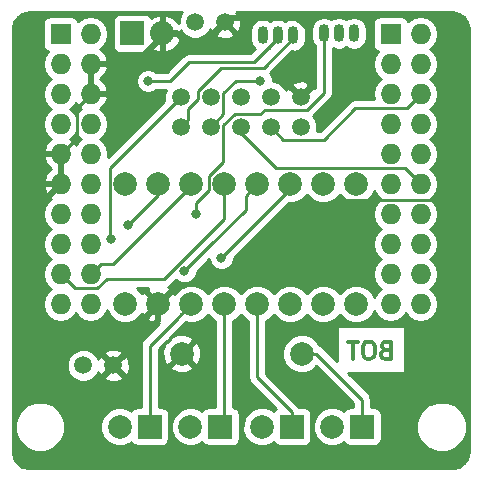
<source format=gbl>
G04 #@! TF.FileFunction,Copper,L2,Bot,Signal*
%FSLAX46Y46*%
G04 Gerber Fmt 4.6, Leading zero omitted, Abs format (unit mm)*
G04 Created by KiCad (PCBNEW (2015-05-19 BZR 5670)-product) date 04.11.2016 21:30:30*
%MOMM*%
G01*
G04 APERTURE LIST*
%ADD10C,0.150000*%
%ADD11C,0.300000*%
%ADD12C,1.998980*%
%ADD13R,1.727200X1.727200*%
%ADD14O,1.727200X1.727200*%
%ADD15C,1.506220*%
%ADD16C,1.501140*%
%ADD17R,2.000000X2.000000*%
%ADD18C,2.000000*%
%ADD19O,0.899160X1.501140*%
%ADD20R,2.032000X2.032000*%
%ADD21O,2.032000X2.032000*%
%ADD22C,0.800000*%
%ADD23C,0.500000*%
%ADD24C,0.250000*%
%ADD25C,0.254000*%
G04 APERTURE END LIST*
D10*
D11*
X32250000Y10707143D02*
X32035714Y10635714D01*
X31964286Y10564286D01*
X31892857Y10421429D01*
X31892857Y10207143D01*
X31964286Y10064286D01*
X32035714Y9992857D01*
X32178572Y9921429D01*
X32750000Y9921429D01*
X32750000Y11421429D01*
X32250000Y11421429D01*
X32107143Y11350000D01*
X32035714Y11278571D01*
X31964286Y11135714D01*
X31964286Y10992857D01*
X32035714Y10850000D01*
X32107143Y10778571D01*
X32250000Y10707143D01*
X32750000Y10707143D01*
X30964286Y11421429D02*
X30678572Y11421429D01*
X30535714Y11350000D01*
X30392857Y11207143D01*
X30321429Y10921429D01*
X30321429Y10421429D01*
X30392857Y10135714D01*
X30535714Y9992857D01*
X30678572Y9921429D01*
X30964286Y9921429D01*
X31107143Y9992857D01*
X31250000Y10135714D01*
X31321429Y10421429D01*
X31321429Y10921429D01*
X31250000Y11207143D01*
X31107143Y11350000D01*
X30964286Y11421429D01*
X29892857Y11421429D02*
X29035714Y11421429D01*
X29464285Y9921429D02*
X29464285Y11421429D01*
D12*
X18606000Y14600000D03*
X18606000Y24760000D03*
D13*
X4752200Y37460000D03*
D14*
X7292200Y37460000D03*
X4752200Y34920000D03*
X7292200Y34920000D03*
X4752200Y32380000D03*
X7292200Y32380000D03*
X4752200Y29840000D03*
X7292200Y29840000D03*
X4752200Y27300000D03*
X7292200Y27300000D03*
X4752200Y24760000D03*
X7292200Y24760000D03*
X4752200Y22220000D03*
X7292200Y22220000D03*
X4752200Y19680000D03*
X7292200Y19680000D03*
X4752200Y17140000D03*
X7292200Y17140000D03*
X4752200Y14600000D03*
X7292200Y14600000D03*
D13*
X32692200Y37460000D03*
D14*
X35232200Y37460000D03*
X32692200Y34920000D03*
X35232200Y34920000D03*
X32692200Y32380000D03*
X35232200Y32380000D03*
X32692200Y29840000D03*
X35232200Y29840000D03*
X32692200Y27300000D03*
X35232200Y27300000D03*
X32692200Y24760000D03*
X35232200Y24760000D03*
X32692200Y22220000D03*
X35232200Y22220000D03*
X32692200Y19680000D03*
X35232200Y19680000D03*
X32692200Y17140000D03*
X35232200Y17140000D03*
X32692200Y14600000D03*
X35232200Y14600000D03*
D15*
X14912200Y29586000D03*
X14912200Y32126000D03*
X17452200Y29586000D03*
X17452200Y32126000D03*
X19992200Y29586000D03*
X19992200Y32126000D03*
X22532200Y29586000D03*
X22532200Y32126000D03*
X25072200Y29586000D03*
X25072200Y32126000D03*
D16*
X18656800Y38442300D03*
X16116800Y38442300D03*
D17*
X24318000Y4216000D03*
D18*
X21778000Y4216000D03*
D17*
X18278000Y4216000D03*
D18*
X15738000Y4216000D03*
D17*
X12278000Y4216000D03*
D18*
X9738000Y4216000D03*
D17*
X30278000Y4216000D03*
D18*
X27738000Y4216000D03*
D19*
X23127200Y37388200D03*
X24397200Y37388200D03*
X21857200Y37388200D03*
X28308800Y37515200D03*
X29578800Y37515200D03*
X27038800Y37515200D03*
D12*
X10224000Y24796000D03*
X10224000Y14636000D03*
X29782000Y14600000D03*
X29782000Y24760000D03*
X26988000Y14600000D03*
X26988000Y24760000D03*
X24194000Y24764400D03*
X24194000Y14604400D03*
X21400000Y14604400D03*
X21400000Y24764400D03*
X15812000Y14600000D03*
X15812000Y24760000D03*
X13018000Y14600000D03*
X13018000Y24760000D03*
X25158000Y10396000D03*
X14998000Y10396000D03*
D16*
X9200000Y9400000D03*
X6660000Y9400000D03*
D20*
X10808200Y37502500D03*
D21*
X13348200Y37502500D03*
D22*
X35000000Y10000000D03*
X38000000Y26000000D03*
X26000000Y21000000D03*
X22000000Y18000000D03*
X16182200Y22220000D03*
X15230000Y17370000D03*
X9017500Y20065400D03*
X21658372Y33497628D03*
X12141700Y33476600D03*
X10490465Y21297535D03*
X18352000Y18516000D03*
D23*
X13018000Y14600000D02*
X13018000Y13118000D01*
X13018000Y13118000D02*
X9300000Y9400000D01*
X9300000Y9400000D02*
X9200000Y9400000D01*
D24*
X4752200Y27300000D02*
X6103599Y28651399D01*
X6103599Y28651399D02*
X6103599Y31191399D01*
X6103599Y31191399D02*
X6428601Y31516401D01*
X6428601Y31516401D02*
X7292200Y32380000D01*
D23*
X4044276Y12507173D02*
X6092827Y12507173D01*
X7292200Y34920000D02*
X7292200Y32380000D01*
X4752200Y27300000D02*
X4752200Y24760000D01*
X13348200Y37197700D02*
X13348200Y37502500D01*
X12334999Y36184499D02*
X13348200Y37197700D01*
X12332201Y36184499D02*
X12334999Y36184499D01*
X11067702Y34920000D02*
X12332201Y36184499D01*
X7292200Y34920000D02*
X11067702Y34920000D01*
X25825309Y32879109D02*
X25072200Y32126000D01*
X25825309Y37788891D02*
X25825309Y32879109D01*
X24790900Y38823300D02*
X25825309Y37788891D01*
X19037800Y38823300D02*
X24790900Y38823300D01*
X16916900Y36702400D02*
X19037800Y38823300D01*
X15390125Y36702400D02*
X16916900Y36702400D01*
X14590025Y37502500D02*
X15390125Y36702400D01*
X13348200Y37502500D02*
X14590025Y37502500D01*
D24*
X28435509Y23435509D02*
X26000000Y21000000D01*
X36001194Y23435509D02*
X28435509Y23435509D01*
X38000000Y25434315D02*
X36001194Y23435509D01*
X38000000Y26000000D02*
X38000000Y25434315D01*
X25000000Y21000000D02*
X22000000Y18000000D01*
X26000000Y21000000D02*
X25000000Y21000000D01*
D23*
X6092827Y12507173D02*
X9200000Y9400000D01*
X2842834Y13708615D02*
X4044276Y12507173D01*
X2842834Y22850634D02*
X2842834Y13708615D01*
X4752200Y24760000D02*
X2842834Y22850634D01*
D24*
X24318000Y5466000D02*
X24318000Y4216000D01*
X21400000Y8384000D02*
X21400000Y14604400D01*
X24318000Y5466000D02*
X21400000Y8384000D01*
X18278000Y4216000D02*
X18352200Y4290200D01*
X18606000Y14600000D02*
X18648000Y14558000D01*
X18606000Y4544000D02*
X18278000Y4216000D01*
X18606000Y14600000D02*
X18606000Y4544000D01*
X12278000Y11066000D02*
X12278000Y4216000D01*
X15812000Y14600000D02*
X14407595Y13195595D01*
X14407595Y13195595D02*
X12278000Y11066000D01*
X14965236Y13753236D02*
X14407595Y13195595D01*
X26380595Y10396000D02*
X25158000Y10396000D01*
X30278000Y6498595D02*
X26380595Y10396000D01*
X30278000Y4216000D02*
X30278000Y6398595D01*
X27038800Y32496995D02*
X25589694Y31047889D01*
X27038800Y37515200D02*
X27038800Y32496995D01*
X25589694Y31047889D02*
X23206731Y31047889D01*
X23206731Y31047889D02*
X23049694Y31047889D01*
X17281509Y24220856D02*
X16182200Y23121547D01*
X17281509Y25395757D02*
X17281509Y24220856D01*
X16182200Y23121547D02*
X16182200Y22220000D01*
X18530311Y26644559D02*
X17281509Y25395757D01*
X18530311Y29719716D02*
X18530311Y26644559D01*
X19474706Y30664111D02*
X18530311Y29719716D01*
X21630928Y30664111D02*
X19474706Y30664111D01*
X22014706Y31047889D02*
X21630928Y30664111D01*
X23206731Y31047889D02*
X22014706Y31047889D01*
X7292200Y19680000D02*
X7694200Y19278000D01*
X20400511Y22540511D02*
X17330000Y19470000D01*
X20400511Y23764911D02*
X20400511Y22540511D01*
X21400000Y24764400D02*
X20400511Y23764911D01*
X17330000Y19470000D02*
X15230000Y17370000D01*
X4752200Y17140000D02*
X5940801Y15951399D01*
X7862729Y15951399D02*
X8649330Y16738000D01*
X5940801Y15951399D02*
X7862729Y15951399D01*
X8649330Y16738000D02*
X13526000Y16738000D01*
X18606000Y21818000D02*
X18606000Y24760000D01*
X13526000Y16738000D02*
X18606000Y21818000D01*
X9171799Y18003599D02*
X15928200Y24760000D01*
X8155799Y18003599D02*
X9171799Y18003599D01*
X7292200Y17140000D02*
X8155799Y18003599D01*
X24397200Y37388200D02*
X24397200Y37261775D01*
X24397200Y37087210D02*
X24397200Y37388200D01*
X21929980Y34619990D02*
X24397200Y37087210D01*
X18350585Y34619990D02*
X21929980Y34619990D01*
X16374089Y32643494D02*
X18350585Y34619990D01*
X16374089Y31992284D02*
X16374089Y32643494D01*
X15510779Y31128974D02*
X16374089Y31992284D01*
X15510779Y30184579D02*
X15510779Y31128974D01*
X15510779Y30184579D02*
X14912200Y29586000D01*
X14159091Y31372891D02*
X14912200Y32126000D01*
X8899509Y26113309D02*
X14159091Y31372891D01*
X8899509Y20183391D02*
X9017500Y20065400D01*
X8899509Y23704594D02*
X8899509Y20183391D01*
X8899509Y23218537D02*
X8899509Y23704594D01*
X8899509Y23704594D02*
X8899509Y26113309D01*
X21092687Y33497628D02*
X21658372Y33497628D01*
X19557628Y33497628D02*
X21092687Y33497628D01*
X18530311Y32470311D02*
X19557628Y33497628D01*
X18530311Y30664111D02*
X18530311Y32470311D01*
X17452200Y29586000D02*
X18530311Y30664111D01*
X33903309Y26088891D02*
X22958409Y26088891D01*
X35232200Y24760000D02*
X33903309Y26088891D01*
X19992200Y29055100D02*
X22958409Y26088891D01*
X19992200Y29463882D02*
X19992200Y29055100D01*
X34368601Y31516401D02*
X35232200Y32380000D01*
X29685411Y31191399D02*
X34043599Y31191399D01*
X27001901Y28507889D02*
X29685411Y31191399D01*
X34043599Y31191399D02*
X34368601Y31516401D01*
X23610311Y28507889D02*
X27001901Y28507889D01*
X22532200Y29586000D02*
X23610311Y28507889D01*
X23127200Y37087210D02*
X23127200Y37388200D01*
X13018000Y23825070D02*
X10490465Y21297535D01*
X13018000Y24760000D02*
X13018000Y23825070D01*
X24194000Y24358000D02*
X24194000Y24764400D01*
X18352000Y18516000D02*
X24194000Y24358000D01*
X12141700Y33476600D02*
X14036600Y33476600D01*
X14036600Y33476600D02*
X15630000Y35070000D01*
X21109990Y35070000D02*
X22579724Y36539734D01*
X15630000Y35070000D02*
X21109990Y35070000D01*
X22579724Y36539734D02*
X23127200Y37087210D01*
X22352610Y36312620D02*
X22579724Y36539734D01*
D25*
G36*
X6503360Y31109993D02*
X6232530Y30929029D01*
X6022200Y30614249D01*
X5811870Y30929029D01*
X5541027Y31110000D01*
X5811870Y31290971D01*
X6027863Y31614229D01*
X6085379Y31491510D01*
X6503360Y31109993D01*
X6503360Y31109993D01*
G37*
X6503360Y31109993D02*
X6232530Y30929029D01*
X6022200Y30614249D01*
X5811870Y30929029D01*
X5541027Y31110000D01*
X5811870Y31290971D01*
X6027863Y31614229D01*
X6085379Y31491510D01*
X6503360Y31109993D01*
G36*
X6503372Y28570000D02*
X6232530Y28389029D01*
X6016536Y28065772D01*
X5959021Y28188490D01*
X5541039Y28570008D01*
X5811870Y28750971D01*
X6022200Y29065752D01*
X6232530Y28750971D01*
X6503372Y28570000D01*
X6503372Y28570000D01*
G37*
X6503372Y28570000D02*
X6232530Y28389029D01*
X6016536Y28065772D01*
X5959021Y28188490D01*
X5541039Y28570008D01*
X5811870Y28750971D01*
X6022200Y29065752D01*
X6232530Y28750971D01*
X6503372Y28570000D01*
G36*
X39290000Y2069932D02*
X39178952Y1511661D01*
X39135370Y1446436D01*
X39135370Y4622815D01*
X38811020Y5407800D01*
X38210959Y6008909D01*
X37426541Y6334628D01*
X36730800Y6335236D01*
X36730800Y14570641D01*
X36730800Y14629359D01*
X36616726Y15202848D01*
X36291870Y15689029D01*
X36021027Y15870000D01*
X36291870Y16050971D01*
X36616726Y16537152D01*
X36730800Y17110641D01*
X36730800Y17169359D01*
X36616726Y17742848D01*
X36291870Y18229029D01*
X36021027Y18410000D01*
X36291870Y18590971D01*
X36616726Y19077152D01*
X36730800Y19650641D01*
X36730800Y19709359D01*
X36616726Y20282848D01*
X36291870Y20769029D01*
X36021027Y20950000D01*
X36291870Y21130971D01*
X36616726Y21617152D01*
X36730800Y22190641D01*
X36730800Y22249359D01*
X36616726Y22822848D01*
X36291870Y23309029D01*
X36021027Y23490000D01*
X36291870Y23670971D01*
X36616726Y24157152D01*
X36730800Y24730641D01*
X36730800Y24789359D01*
X36616726Y25362848D01*
X36291870Y25849029D01*
X36021027Y26030000D01*
X36291870Y26210971D01*
X36616726Y26697152D01*
X36730800Y27270641D01*
X36730800Y27329359D01*
X36616726Y27902848D01*
X36291870Y28389029D01*
X36021027Y28570000D01*
X36291870Y28750971D01*
X36616726Y29237152D01*
X36730800Y29810641D01*
X36730800Y29869359D01*
X36616726Y30442848D01*
X36291870Y30929029D01*
X36021027Y31110000D01*
X36291870Y31290971D01*
X36616726Y31777152D01*
X36730800Y32350641D01*
X36730800Y32409359D01*
X36616726Y32982848D01*
X36291870Y33469029D01*
X36021027Y33650000D01*
X36291870Y33830971D01*
X36616726Y34317152D01*
X36730800Y34890641D01*
X36730800Y34949359D01*
X36616726Y35522848D01*
X36291870Y36009029D01*
X36021027Y36190000D01*
X36291870Y36370971D01*
X36616726Y36857152D01*
X36730800Y37430641D01*
X36730800Y37489359D01*
X36616726Y38062848D01*
X36291870Y38549029D01*
X35805689Y38873885D01*
X35232200Y38987959D01*
X34658711Y38873885D01*
X34172530Y38549029D01*
X34162433Y38533919D01*
X34156263Y38565723D01*
X34016473Y38778527D01*
X33805440Y38920977D01*
X33555800Y38971040D01*
X31828600Y38971040D01*
X31586477Y38924063D01*
X31373673Y38784273D01*
X31231223Y38573240D01*
X31181160Y38323600D01*
X31181160Y36596400D01*
X31228137Y36354277D01*
X31367927Y36141473D01*
X31578960Y35999023D01*
X31620304Y35990732D01*
X31307674Y35522848D01*
X31193600Y34949359D01*
X31193600Y34890641D01*
X31307674Y34317152D01*
X31632530Y33830971D01*
X31903372Y33650000D01*
X31632530Y33469029D01*
X31307674Y32982848D01*
X31193600Y32409359D01*
X31193600Y32350641D01*
X31273014Y31951399D01*
X29685411Y31951399D01*
X29394571Y31893547D01*
X29148010Y31728800D01*
X26687099Y29267889D01*
X26443132Y29267889D01*
X26460069Y29308676D01*
X26460551Y29860901D01*
X26249669Y30371274D01*
X26117258Y30503916D01*
X26127095Y30510488D01*
X27576201Y31959594D01*
X27740948Y32206155D01*
X27740948Y32206156D01*
X27798800Y32496995D01*
X27798800Y36248487D01*
X27893749Y36185044D01*
X28308800Y36102485D01*
X28723851Y36185044D01*
X28943800Y36332010D01*
X29163749Y36185044D01*
X29578800Y36102485D01*
X29993851Y36185044D01*
X30345714Y36420151D01*
X30580821Y36772014D01*
X30663380Y37187065D01*
X30663380Y37843335D01*
X30580821Y38258386D01*
X30345714Y38610249D01*
X29993851Y38845356D01*
X29578800Y38927915D01*
X29163749Y38845356D01*
X28943800Y38698391D01*
X28723851Y38845356D01*
X28308800Y38927915D01*
X27893749Y38845356D01*
X27673800Y38698391D01*
X27453851Y38845356D01*
X27038800Y38927915D01*
X26623749Y38845356D01*
X26271886Y38610249D01*
X26036779Y38258386D01*
X25954220Y37843335D01*
X25954220Y37187065D01*
X26036779Y36772014D01*
X26271886Y36420151D01*
X26278800Y36415532D01*
X26278800Y32854184D01*
X26045972Y32920166D01*
X25866366Y32740561D01*
X25866366Y33099772D01*
X25797993Y33341035D01*
X25277772Y33526296D01*
X24726254Y33498373D01*
X24346407Y33341035D01*
X24278034Y33099772D01*
X25072200Y32305605D01*
X25866366Y33099772D01*
X25866366Y32740561D01*
X25251805Y32126000D01*
X25265947Y32111858D01*
X25086342Y31932253D01*
X25072200Y31946395D01*
X25058057Y31932253D01*
X24878452Y32111858D01*
X24892595Y32126000D01*
X24098428Y32920166D01*
X23857165Y32851793D01*
X23800264Y32692016D01*
X23709669Y32911274D01*
X23319528Y33302096D01*
X22809524Y33513869D01*
X22693386Y33513971D01*
X22693551Y33702599D01*
X22536314Y34083143D01*
X22502154Y34117363D01*
X24366402Y35981611D01*
X24397200Y35975485D01*
X24812251Y36058044D01*
X25164114Y36293151D01*
X25399221Y36645014D01*
X25481780Y37060065D01*
X25481780Y37716335D01*
X25399221Y38131386D01*
X25164114Y38483249D01*
X24812251Y38718356D01*
X24397200Y38800915D01*
X23982149Y38718356D01*
X23762200Y38571391D01*
X23542251Y38718356D01*
X23127200Y38800915D01*
X22712149Y38718356D01*
X22492200Y38571391D01*
X22272251Y38718356D01*
X21857200Y38800915D01*
X21442149Y38718356D01*
X21090286Y38483249D01*
X20855179Y38131386D01*
X20772620Y37716335D01*
X20772620Y37060065D01*
X20855179Y36645014D01*
X21090286Y36293151D01*
X21191026Y36225839D01*
X20795188Y35830000D01*
X20054567Y35830000D01*
X19449125Y35830000D01*
X19449125Y37470370D01*
X18656800Y38262695D01*
X17864475Y37470370D01*
X17932535Y37229369D01*
X18451834Y37044533D01*
X19002338Y37072495D01*
X19381065Y37229369D01*
X19449125Y37470370D01*
X19449125Y35830000D01*
X15630000Y35830000D01*
X15339161Y35772148D01*
X15092599Y35607401D01*
X14954183Y35468985D01*
X14954183Y37119554D01*
X14835567Y37375500D01*
X13475200Y37375500D01*
X13475200Y36015664D01*
X13731144Y35896525D01*
X14213018Y36096115D01*
X14685388Y36534121D01*
X14954183Y37119554D01*
X14954183Y35468985D01*
X13721798Y34236600D01*
X13221200Y34236600D01*
X13221200Y36015664D01*
X13221200Y37375500D01*
X13201200Y37375500D01*
X13201200Y37629500D01*
X13221200Y37629500D01*
X13221200Y38989336D01*
X12965256Y39108475D01*
X12483382Y38908885D01*
X12386364Y38818926D01*
X12284873Y38973427D01*
X12073840Y39115877D01*
X11824200Y39165940D01*
X9792200Y39165940D01*
X9550077Y39118963D01*
X9337273Y38979173D01*
X9194823Y38768140D01*
X9144760Y38518500D01*
X9144760Y36486500D01*
X9191737Y36244377D01*
X9331527Y36031573D01*
X9542560Y35889123D01*
X9792200Y35839060D01*
X11824200Y35839060D01*
X12066323Y35886037D01*
X12279127Y36025827D01*
X12386937Y36185544D01*
X12483382Y36096115D01*
X12965256Y35896525D01*
X13221200Y36015664D01*
X13221200Y34236600D01*
X12845461Y34236600D01*
X12728746Y34353519D01*
X12348477Y34511420D01*
X11936729Y34511779D01*
X11556185Y34354542D01*
X11264781Y34063646D01*
X11106880Y33683377D01*
X11106521Y33271629D01*
X11263758Y32891085D01*
X11554654Y32599681D01*
X11934923Y32441780D01*
X12346671Y32441421D01*
X12727215Y32598658D01*
X12845362Y32716600D01*
X13654415Y32716600D01*
X13524331Y32403324D01*
X13523849Y31851099D01*
X13535148Y31823751D01*
X8743314Y27031917D01*
X8790800Y27270641D01*
X8790800Y27329359D01*
X8676726Y27902848D01*
X8351870Y28389029D01*
X8081027Y28570000D01*
X8351870Y28750971D01*
X8676726Y29237152D01*
X8790800Y29810641D01*
X8790800Y29869359D01*
X8676726Y30442848D01*
X8351870Y30929029D01*
X8081039Y31109993D01*
X8499021Y31491510D01*
X8747168Y32020973D01*
X8747168Y32739027D01*
X8499021Y33268490D01*
X8081047Y33650000D01*
X8499021Y34031510D01*
X8747168Y34560973D01*
X8626669Y34793000D01*
X7419200Y34793000D01*
X7419200Y33713817D01*
X7419200Y33586183D01*
X7419200Y32507000D01*
X8626669Y32507000D01*
X8747168Y32739027D01*
X8747168Y32020973D01*
X8626669Y32253000D01*
X7419200Y32253000D01*
X7419200Y32233000D01*
X7165200Y32233000D01*
X7165200Y32253000D01*
X7145200Y32253000D01*
X7145200Y32507000D01*
X7165200Y32507000D01*
X7165200Y33586183D01*
X7165200Y33713817D01*
X7165200Y34793000D01*
X7145200Y34793000D01*
X7145200Y35047000D01*
X7165200Y35047000D01*
X7165200Y35067000D01*
X7419200Y35067000D01*
X7419200Y35047000D01*
X8626669Y35047000D01*
X8747168Y35279027D01*
X8499021Y35808490D01*
X8081039Y36190008D01*
X8351870Y36370971D01*
X8676726Y36857152D01*
X8790800Y37430641D01*
X8790800Y37489359D01*
X8676726Y38062848D01*
X8351870Y38549029D01*
X7865689Y38873885D01*
X7292200Y38987959D01*
X6718711Y38873885D01*
X6232530Y38549029D01*
X6222433Y38533919D01*
X6216263Y38565723D01*
X6076473Y38778527D01*
X5865440Y38920977D01*
X5615800Y38971040D01*
X3888600Y38971040D01*
X3646477Y38924063D01*
X3433673Y38784273D01*
X3291223Y38573240D01*
X3241160Y38323600D01*
X3241160Y36596400D01*
X3288137Y36354277D01*
X3427927Y36141473D01*
X3638960Y35999023D01*
X3680304Y35990732D01*
X3367674Y35522848D01*
X3253600Y34949359D01*
X3253600Y34890641D01*
X3367674Y34317152D01*
X3692530Y33830971D01*
X3963372Y33650000D01*
X3692530Y33469029D01*
X3367674Y32982848D01*
X3253600Y32409359D01*
X3253600Y32350641D01*
X3367674Y31777152D01*
X3692530Y31290971D01*
X3963372Y31110000D01*
X3692530Y30929029D01*
X3367674Y30442848D01*
X3253600Y29869359D01*
X3253600Y29810641D01*
X3367674Y29237152D01*
X3692530Y28750971D01*
X3963360Y28570008D01*
X3545379Y28188490D01*
X3297232Y27659027D01*
X3417731Y27427000D01*
X4625200Y27427000D01*
X4625200Y27447000D01*
X4879200Y27447000D01*
X4879200Y27427000D01*
X4899200Y27427000D01*
X4899200Y27173000D01*
X4879200Y27173000D01*
X4879200Y26093817D01*
X4879200Y25966183D01*
X4879200Y24887000D01*
X4899200Y24887000D01*
X4899200Y24633000D01*
X4879200Y24633000D01*
X4879200Y24613000D01*
X4625200Y24613000D01*
X4625200Y24633000D01*
X4625200Y24887000D01*
X4625200Y25966183D01*
X4625200Y26093817D01*
X4625200Y27173000D01*
X3417731Y27173000D01*
X3297232Y26940973D01*
X3545379Y26411510D01*
X3963352Y26030000D01*
X3545379Y25648490D01*
X3297232Y25119027D01*
X3417731Y24887000D01*
X4625200Y24887000D01*
X4625200Y24633000D01*
X3417731Y24633000D01*
X3297232Y24400973D01*
X3545379Y23871510D01*
X3963360Y23489993D01*
X3692530Y23309029D01*
X3367674Y22822848D01*
X3253600Y22249359D01*
X3253600Y22190641D01*
X3367674Y21617152D01*
X3692530Y21130971D01*
X3963372Y20950000D01*
X3692530Y20769029D01*
X3367674Y20282848D01*
X3253600Y19709359D01*
X3253600Y19650641D01*
X3367674Y19077152D01*
X3692530Y18590971D01*
X3963372Y18410000D01*
X3692530Y18229029D01*
X3367674Y17742848D01*
X3253600Y17169359D01*
X3253600Y17110641D01*
X3367674Y16537152D01*
X3692530Y16050971D01*
X3963372Y15870000D01*
X3692530Y15689029D01*
X3367674Y15202848D01*
X3253600Y14629359D01*
X3253600Y14570641D01*
X3367674Y13997152D01*
X3692530Y13510971D01*
X4178711Y13186115D01*
X4752200Y13072041D01*
X5325689Y13186115D01*
X5811870Y13510971D01*
X6022200Y13825752D01*
X6232530Y13510971D01*
X6718711Y13186115D01*
X7292200Y13072041D01*
X7865689Y13186115D01*
X8351870Y13510971D01*
X8676726Y13997152D01*
X8690608Y14066943D01*
X8837538Y13711345D01*
X9296927Y13251154D01*
X9897453Y13001794D01*
X10547694Y13001226D01*
X11148655Y13249538D01*
X11608846Y13708927D01*
X11613702Y13720622D01*
X11865837Y13627443D01*
X12838395Y14600000D01*
X11865837Y15572557D01*
X11640025Y15489107D01*
X11610462Y15560655D01*
X11193844Y15978000D01*
X12128903Y15978000D01*
X12045443Y15752163D01*
X13018000Y14779605D01*
X13990557Y15752163D01*
X13891958Y16018965D01*
X13827437Y16042934D01*
X14063401Y16200599D01*
X14499543Y16636742D01*
X14642954Y16493081D01*
X15023223Y16335180D01*
X15434971Y16334821D01*
X15815515Y16492058D01*
X16106919Y16782954D01*
X16264820Y17163223D01*
X16264965Y17330164D01*
X17316882Y18382081D01*
X17316821Y18311029D01*
X17474058Y17930485D01*
X17764954Y17639081D01*
X18145223Y17481180D01*
X18556971Y17480821D01*
X18937515Y17638058D01*
X19228919Y17928954D01*
X19386820Y18309223D01*
X19386965Y18476164D01*
X24040844Y23130043D01*
X24517694Y23129626D01*
X25118655Y23377938D01*
X25578846Y23837327D01*
X25589809Y23863731D01*
X25601538Y23835345D01*
X26060927Y23375154D01*
X26661453Y23125794D01*
X27311694Y23125226D01*
X27912655Y23373538D01*
X28372846Y23832927D01*
X28384720Y23861525D01*
X28395538Y23835345D01*
X28854927Y23375154D01*
X29455453Y23125794D01*
X30105694Y23125226D01*
X30706655Y23373538D01*
X31166846Y23832927D01*
X31305666Y24167245D01*
X31307674Y24157152D01*
X31632530Y23670971D01*
X31903372Y23490000D01*
X31632530Y23309029D01*
X31307674Y22822848D01*
X31193600Y22249359D01*
X31193600Y22190641D01*
X31307674Y21617152D01*
X31632530Y21130971D01*
X31903372Y20950000D01*
X31632530Y20769029D01*
X31307674Y20282848D01*
X31193600Y19709359D01*
X31193600Y19650641D01*
X31307674Y19077152D01*
X31632530Y18590971D01*
X31903372Y18410000D01*
X31632530Y18229029D01*
X31307674Y17742848D01*
X31193600Y17169359D01*
X31193600Y17110641D01*
X31307674Y16537152D01*
X31632530Y16050971D01*
X31903372Y15870000D01*
X31632530Y15689029D01*
X31307674Y15202848D01*
X31305644Y15192648D01*
X31168462Y15524655D01*
X30709073Y15984846D01*
X30108547Y16234206D01*
X29458306Y16234774D01*
X28857345Y15986462D01*
X28397154Y15527073D01*
X28385279Y15498476D01*
X28374462Y15524655D01*
X27915073Y15984846D01*
X27314547Y16234206D01*
X26664306Y16234774D01*
X26063345Y15986462D01*
X25603154Y15527073D01*
X25592190Y15500670D01*
X25580462Y15529055D01*
X25121073Y15989246D01*
X24520547Y16238606D01*
X23870306Y16239174D01*
X23269345Y15990862D01*
X22809154Y15531473D01*
X22797279Y15502876D01*
X22786462Y15529055D01*
X22327073Y15989246D01*
X21726547Y16238606D01*
X21076306Y16239174D01*
X20475345Y15990862D01*
X20015154Y15531473D01*
X20002367Y15500681D01*
X19992462Y15524655D01*
X19533073Y15984846D01*
X18932547Y16234206D01*
X18282306Y16234774D01*
X17681345Y15986462D01*
X17221154Y15527073D01*
X17209279Y15498476D01*
X17198462Y15524655D01*
X16739073Y15984846D01*
X16138547Y16234206D01*
X15488306Y16234774D01*
X14887345Y15986462D01*
X14427154Y15527073D01*
X14409338Y15484168D01*
X14170163Y15572557D01*
X13197605Y14600000D01*
X13211747Y14585858D01*
X13032142Y14406253D01*
X13018000Y14420395D01*
X12045443Y13447837D01*
X12144042Y13181035D01*
X12753582Y12954599D01*
X13104801Y12967604D01*
X11740599Y11603401D01*
X11575852Y11356839D01*
X11518000Y11066000D01*
X11518000Y5863440D01*
X11278000Y5863440D01*
X11035877Y5816463D01*
X10823073Y5676673D01*
X10729089Y5537441D01*
X10665363Y5601278D01*
X10597767Y5629347D01*
X10597767Y9195034D01*
X10569805Y9745538D01*
X10412931Y10124265D01*
X10171930Y10192325D01*
X9992325Y10012720D01*
X9992325Y10371930D01*
X9924265Y10612931D01*
X9404966Y10797767D01*
X8854462Y10769805D01*
X8475735Y10612931D01*
X8407675Y10371930D01*
X9200000Y9579605D01*
X9992325Y10371930D01*
X9992325Y10012720D01*
X9379605Y9400000D01*
X10171930Y8607675D01*
X10412931Y8675735D01*
X10597767Y9195034D01*
X10597767Y5629347D01*
X10064648Y5850716D01*
X9992325Y5850780D01*
X9992325Y8428070D01*
X9200000Y9220395D01*
X9020395Y9040790D01*
X9020395Y9400000D01*
X8228070Y10192325D01*
X7987069Y10124265D01*
X7928231Y9958960D01*
X7835314Y10183837D01*
X7445887Y10573944D01*
X6936816Y10785329D01*
X6385602Y10785810D01*
X5876163Y10575314D01*
X5486056Y10185887D01*
X5274671Y9676816D01*
X5274190Y9125602D01*
X5484686Y8616163D01*
X5874113Y8226056D01*
X6383184Y8014671D01*
X6934398Y8014190D01*
X7443837Y8224686D01*
X7833944Y8614113D01*
X7923378Y8829497D01*
X7987069Y8675735D01*
X8228070Y8607675D01*
X9020395Y9400000D01*
X9020395Y9040790D01*
X8407675Y8428070D01*
X8475735Y8187069D01*
X8995034Y8002233D01*
X9545538Y8030195D01*
X9924265Y8187069D01*
X9992325Y8428070D01*
X9992325Y5850780D01*
X9414205Y5851284D01*
X8813057Y5602894D01*
X8352722Y5143363D01*
X8103284Y4542648D01*
X8102716Y3892205D01*
X8351106Y3291057D01*
X8810637Y2830722D01*
X9411352Y2581284D01*
X10061795Y2580716D01*
X10662943Y2829106D01*
X10729193Y2895241D01*
X10817327Y2761073D01*
X11028360Y2618623D01*
X11278000Y2568560D01*
X13278000Y2568560D01*
X13520123Y2615537D01*
X13732927Y2755327D01*
X13875377Y2966360D01*
X13925440Y3216000D01*
X13925440Y5216000D01*
X13878463Y5458123D01*
X13738673Y5670927D01*
X13527640Y5813377D01*
X13278000Y5863440D01*
X13038000Y5863440D01*
X13038000Y10751198D01*
X13750597Y11463795D01*
X13845835Y11368557D01*
X13579035Y11269958D01*
X13352599Y10660418D01*
X13376659Y10010623D01*
X13579035Y9522042D01*
X13845837Y9423443D01*
X14818395Y10396000D01*
X14804252Y10410143D01*
X14983857Y10589748D01*
X14998000Y10575605D01*
X15970557Y11548163D01*
X15871958Y11814965D01*
X15262418Y12041401D01*
X14612623Y12017341D01*
X14124042Y11814965D01*
X14025443Y11548165D01*
X13930205Y11643403D01*
X14944996Y12658194D01*
X15320917Y13034116D01*
X15485453Y12965794D01*
X16135694Y12965226D01*
X16736655Y13213538D01*
X17196846Y13672927D01*
X17208720Y13701525D01*
X17219538Y13675345D01*
X17678927Y13215154D01*
X17846000Y13145780D01*
X17846000Y5863440D01*
X17278000Y5863440D01*
X17035877Y5816463D01*
X16823073Y5676673D01*
X16729089Y5537441D01*
X16665363Y5601278D01*
X16643401Y5610398D01*
X16643401Y10131582D01*
X16619341Y10781377D01*
X16416965Y11269958D01*
X16150163Y11368557D01*
X15970557Y11188952D01*
X15177605Y10396000D01*
X16150163Y9423443D01*
X16416965Y9522042D01*
X16643401Y10131582D01*
X16643401Y5610398D01*
X16064648Y5850716D01*
X15970557Y5850799D01*
X15970557Y9243837D01*
X14998000Y10216395D01*
X14818395Y10036790D01*
X14025443Y9243837D01*
X14124042Y8977035D01*
X14733582Y8750599D01*
X15383377Y8774659D01*
X15871958Y8977035D01*
X15970557Y9243837D01*
X15970557Y5850799D01*
X15414205Y5851284D01*
X14813057Y5602894D01*
X14352722Y5143363D01*
X14103284Y4542648D01*
X14102716Y3892205D01*
X14351106Y3291057D01*
X14810637Y2830722D01*
X15411352Y2581284D01*
X16061795Y2580716D01*
X16662943Y2829106D01*
X16729193Y2895241D01*
X16817327Y2761073D01*
X17028360Y2618623D01*
X17278000Y2568560D01*
X19278000Y2568560D01*
X19520123Y2615537D01*
X19732927Y2755327D01*
X19875377Y2966360D01*
X19925440Y3216000D01*
X19925440Y5216000D01*
X19878463Y5458123D01*
X19738673Y5670927D01*
X19527640Y5813377D01*
X19366000Y5845793D01*
X19366000Y13145504D01*
X19530655Y13213538D01*
X19990846Y13672927D01*
X20003632Y13703720D01*
X20013538Y13679745D01*
X20472927Y13219554D01*
X20640000Y13150180D01*
X20640000Y8384000D01*
X20697852Y8093161D01*
X20862599Y7846599D01*
X22965343Y5743855D01*
X22863073Y5676673D01*
X22769089Y5537441D01*
X22705363Y5601278D01*
X22104648Y5850716D01*
X21454205Y5851284D01*
X20853057Y5602894D01*
X20392722Y5143363D01*
X20143284Y4542648D01*
X20142716Y3892205D01*
X20391106Y3291057D01*
X20850637Y2830722D01*
X21451352Y2581284D01*
X22101795Y2580716D01*
X22702943Y2829106D01*
X22769193Y2895241D01*
X22857327Y2761073D01*
X23068360Y2618623D01*
X23318000Y2568560D01*
X25318000Y2568560D01*
X25560123Y2615537D01*
X25772927Y2755327D01*
X25915377Y2966360D01*
X25965440Y3216000D01*
X25965440Y5216000D01*
X25918463Y5458123D01*
X25778673Y5670927D01*
X25567640Y5813377D01*
X25318000Y5863440D01*
X24948920Y5863440D01*
X24855401Y6003401D01*
X22160000Y8698802D01*
X22160000Y13149904D01*
X22324655Y13217938D01*
X22784846Y13677327D01*
X22796720Y13705925D01*
X22807538Y13679745D01*
X23266927Y13219554D01*
X23867453Y12970194D01*
X24517694Y12969626D01*
X25118655Y13217938D01*
X25578846Y13677327D01*
X25589809Y13703731D01*
X25601538Y13675345D01*
X26060927Y13215154D01*
X26661453Y12965794D01*
X27311694Y12965226D01*
X27912655Y13213538D01*
X28372846Y13672927D01*
X28384720Y13701525D01*
X28395538Y13675345D01*
X28854927Y13215154D01*
X29455453Y12965794D01*
X30105694Y12965226D01*
X30706655Y13213538D01*
X31166846Y13672927D01*
X31305666Y14007245D01*
X31307674Y13997152D01*
X31632530Y13510971D01*
X32118711Y13186115D01*
X32692200Y13072041D01*
X33265689Y13186115D01*
X33751870Y13510971D01*
X33962200Y13825752D01*
X34172530Y13510971D01*
X34658711Y13186115D01*
X35232200Y13072041D01*
X35805689Y13186115D01*
X36291870Y13510971D01*
X36616726Y13997152D01*
X36730800Y14570641D01*
X36730800Y6335236D01*
X36577185Y6335370D01*
X35792200Y6011020D01*
X35191091Y5410959D01*
X34865372Y4626541D01*
X34864630Y3777185D01*
X35188980Y2992200D01*
X35789041Y2391091D01*
X36573459Y2065372D01*
X37422815Y2064630D01*
X38207800Y2388980D01*
X38808909Y2989041D01*
X39134628Y3773459D01*
X39135370Y4622815D01*
X39135370Y1446436D01*
X38902333Y1097669D01*
X38488338Y821047D01*
X37930069Y710000D01*
X33892143Y710000D01*
X33892143Y8765000D01*
X33892143Y12735000D01*
X28107857Y12735000D01*
X28107857Y9743540D01*
X26917996Y10933401D01*
X26671434Y11098148D01*
X26633262Y11105741D01*
X26544462Y11320655D01*
X26085073Y11780846D01*
X25484547Y12030206D01*
X24834306Y12030774D01*
X24233345Y11782462D01*
X23773154Y11323073D01*
X23523794Y10722547D01*
X23523226Y10072306D01*
X23771538Y9471345D01*
X24230927Y9011154D01*
X24831453Y8761794D01*
X25481694Y8761226D01*
X26082655Y9009538D01*
X26387720Y9314073D01*
X29518000Y6183793D01*
X29518000Y5863440D01*
X29278000Y5863440D01*
X29035877Y5816463D01*
X28823073Y5676673D01*
X28729089Y5537441D01*
X28665363Y5601278D01*
X28064648Y5850716D01*
X27414205Y5851284D01*
X26813057Y5602894D01*
X26352722Y5143363D01*
X26103284Y4542648D01*
X26102716Y3892205D01*
X26351106Y3291057D01*
X26810637Y2830722D01*
X27411352Y2581284D01*
X28061795Y2580716D01*
X28662943Y2829106D01*
X28729193Y2895241D01*
X28817327Y2761073D01*
X29028360Y2618623D01*
X29278000Y2568560D01*
X31278000Y2568560D01*
X31520123Y2615537D01*
X31732927Y2755327D01*
X31875377Y2966360D01*
X31925440Y3216000D01*
X31925440Y5216000D01*
X31878463Y5458123D01*
X31738673Y5670927D01*
X31527640Y5813377D01*
X31278000Y5863440D01*
X31038000Y5863440D01*
X31038000Y6398595D01*
X31028054Y6448595D01*
X31038000Y6498595D01*
X30980148Y6789434D01*
X30815401Y7035996D01*
X29086396Y8765000D01*
X33892143Y8765000D01*
X33892143Y710000D01*
X5135370Y710000D01*
X5135370Y4622815D01*
X4811020Y5407800D01*
X4210959Y6008909D01*
X3426541Y6334628D01*
X2577185Y6335370D01*
X1792200Y6011020D01*
X1191091Y5410959D01*
X865372Y4626541D01*
X864630Y3777185D01*
X1188980Y2992200D01*
X1789041Y2391091D01*
X2573459Y2065372D01*
X3422815Y2064630D01*
X4207800Y2388980D01*
X4808909Y2989041D01*
X5134628Y3773459D01*
X5135370Y4622815D01*
X5135370Y710000D01*
X2069931Y710000D01*
X1511660Y821048D01*
X1097668Y1097667D01*
X821046Y1511662D01*
X710000Y2069931D01*
X710000Y37930070D01*
X821046Y38488339D01*
X1097668Y38902334D01*
X1511660Y39178953D01*
X2069931Y39290000D01*
X15004776Y39290000D01*
X14942856Y39228187D01*
X14731471Y38719116D01*
X14731167Y38371172D01*
X14685388Y38470879D01*
X14213018Y38908885D01*
X13731144Y39108475D01*
X13475200Y38989336D01*
X13475200Y37629500D01*
X14835567Y37629500D01*
X14897888Y37763977D01*
X14941486Y37658463D01*
X15330913Y37268356D01*
X15839984Y37056971D01*
X16391198Y37056490D01*
X16900637Y37266986D01*
X17290744Y37656413D01*
X17380178Y37871797D01*
X17443869Y37718035D01*
X17684870Y37649975D01*
X18477195Y38442300D01*
X18463052Y38456443D01*
X18642657Y38636048D01*
X18656800Y38621905D01*
X18670942Y38636048D01*
X18850547Y38456443D01*
X18836405Y38442300D01*
X19628730Y37649975D01*
X19869731Y37718035D01*
X20054567Y38237334D01*
X20026605Y38787838D01*
X19869731Y39166565D01*
X19628732Y39234625D01*
X19684108Y39290000D01*
X37930069Y39290000D01*
X38488338Y39178954D01*
X38902333Y38902332D01*
X39178952Y38488340D01*
X39290000Y37930069D01*
X39290000Y2069932D01*
X39290000Y2069932D01*
G37*
X39290000Y2069932D02*
X39178952Y1511661D01*
X39135370Y1446436D01*
X39135370Y4622815D01*
X38811020Y5407800D01*
X38210959Y6008909D01*
X37426541Y6334628D01*
X36730800Y6335236D01*
X36730800Y14570641D01*
X36730800Y14629359D01*
X36616726Y15202848D01*
X36291870Y15689029D01*
X36021027Y15870000D01*
X36291870Y16050971D01*
X36616726Y16537152D01*
X36730800Y17110641D01*
X36730800Y17169359D01*
X36616726Y17742848D01*
X36291870Y18229029D01*
X36021027Y18410000D01*
X36291870Y18590971D01*
X36616726Y19077152D01*
X36730800Y19650641D01*
X36730800Y19709359D01*
X36616726Y20282848D01*
X36291870Y20769029D01*
X36021027Y20950000D01*
X36291870Y21130971D01*
X36616726Y21617152D01*
X36730800Y22190641D01*
X36730800Y22249359D01*
X36616726Y22822848D01*
X36291870Y23309029D01*
X36021027Y23490000D01*
X36291870Y23670971D01*
X36616726Y24157152D01*
X36730800Y24730641D01*
X36730800Y24789359D01*
X36616726Y25362848D01*
X36291870Y25849029D01*
X36021027Y26030000D01*
X36291870Y26210971D01*
X36616726Y26697152D01*
X36730800Y27270641D01*
X36730800Y27329359D01*
X36616726Y27902848D01*
X36291870Y28389029D01*
X36021027Y28570000D01*
X36291870Y28750971D01*
X36616726Y29237152D01*
X36730800Y29810641D01*
X36730800Y29869359D01*
X36616726Y30442848D01*
X36291870Y30929029D01*
X36021027Y31110000D01*
X36291870Y31290971D01*
X36616726Y31777152D01*
X36730800Y32350641D01*
X36730800Y32409359D01*
X36616726Y32982848D01*
X36291870Y33469029D01*
X36021027Y33650000D01*
X36291870Y33830971D01*
X36616726Y34317152D01*
X36730800Y34890641D01*
X36730800Y34949359D01*
X36616726Y35522848D01*
X36291870Y36009029D01*
X36021027Y36190000D01*
X36291870Y36370971D01*
X36616726Y36857152D01*
X36730800Y37430641D01*
X36730800Y37489359D01*
X36616726Y38062848D01*
X36291870Y38549029D01*
X35805689Y38873885D01*
X35232200Y38987959D01*
X34658711Y38873885D01*
X34172530Y38549029D01*
X34162433Y38533919D01*
X34156263Y38565723D01*
X34016473Y38778527D01*
X33805440Y38920977D01*
X33555800Y38971040D01*
X31828600Y38971040D01*
X31586477Y38924063D01*
X31373673Y38784273D01*
X31231223Y38573240D01*
X31181160Y38323600D01*
X31181160Y36596400D01*
X31228137Y36354277D01*
X31367927Y36141473D01*
X31578960Y35999023D01*
X31620304Y35990732D01*
X31307674Y35522848D01*
X31193600Y34949359D01*
X31193600Y34890641D01*
X31307674Y34317152D01*
X31632530Y33830971D01*
X31903372Y33650000D01*
X31632530Y33469029D01*
X31307674Y32982848D01*
X31193600Y32409359D01*
X31193600Y32350641D01*
X31273014Y31951399D01*
X29685411Y31951399D01*
X29394571Y31893547D01*
X29148010Y31728800D01*
X26687099Y29267889D01*
X26443132Y29267889D01*
X26460069Y29308676D01*
X26460551Y29860901D01*
X26249669Y30371274D01*
X26117258Y30503916D01*
X26127095Y30510488D01*
X27576201Y31959594D01*
X27740948Y32206155D01*
X27740948Y32206156D01*
X27798800Y32496995D01*
X27798800Y36248487D01*
X27893749Y36185044D01*
X28308800Y36102485D01*
X28723851Y36185044D01*
X28943800Y36332010D01*
X29163749Y36185044D01*
X29578800Y36102485D01*
X29993851Y36185044D01*
X30345714Y36420151D01*
X30580821Y36772014D01*
X30663380Y37187065D01*
X30663380Y37843335D01*
X30580821Y38258386D01*
X30345714Y38610249D01*
X29993851Y38845356D01*
X29578800Y38927915D01*
X29163749Y38845356D01*
X28943800Y38698391D01*
X28723851Y38845356D01*
X28308800Y38927915D01*
X27893749Y38845356D01*
X27673800Y38698391D01*
X27453851Y38845356D01*
X27038800Y38927915D01*
X26623749Y38845356D01*
X26271886Y38610249D01*
X26036779Y38258386D01*
X25954220Y37843335D01*
X25954220Y37187065D01*
X26036779Y36772014D01*
X26271886Y36420151D01*
X26278800Y36415532D01*
X26278800Y32854184D01*
X26045972Y32920166D01*
X25866366Y32740561D01*
X25866366Y33099772D01*
X25797993Y33341035D01*
X25277772Y33526296D01*
X24726254Y33498373D01*
X24346407Y33341035D01*
X24278034Y33099772D01*
X25072200Y32305605D01*
X25866366Y33099772D01*
X25866366Y32740561D01*
X25251805Y32126000D01*
X25265947Y32111858D01*
X25086342Y31932253D01*
X25072200Y31946395D01*
X25058057Y31932253D01*
X24878452Y32111858D01*
X24892595Y32126000D01*
X24098428Y32920166D01*
X23857165Y32851793D01*
X23800264Y32692016D01*
X23709669Y32911274D01*
X23319528Y33302096D01*
X22809524Y33513869D01*
X22693386Y33513971D01*
X22693551Y33702599D01*
X22536314Y34083143D01*
X22502154Y34117363D01*
X24366402Y35981611D01*
X24397200Y35975485D01*
X24812251Y36058044D01*
X25164114Y36293151D01*
X25399221Y36645014D01*
X25481780Y37060065D01*
X25481780Y37716335D01*
X25399221Y38131386D01*
X25164114Y38483249D01*
X24812251Y38718356D01*
X24397200Y38800915D01*
X23982149Y38718356D01*
X23762200Y38571391D01*
X23542251Y38718356D01*
X23127200Y38800915D01*
X22712149Y38718356D01*
X22492200Y38571391D01*
X22272251Y38718356D01*
X21857200Y38800915D01*
X21442149Y38718356D01*
X21090286Y38483249D01*
X20855179Y38131386D01*
X20772620Y37716335D01*
X20772620Y37060065D01*
X20855179Y36645014D01*
X21090286Y36293151D01*
X21191026Y36225839D01*
X20795188Y35830000D01*
X20054567Y35830000D01*
X19449125Y35830000D01*
X19449125Y37470370D01*
X18656800Y38262695D01*
X17864475Y37470370D01*
X17932535Y37229369D01*
X18451834Y37044533D01*
X19002338Y37072495D01*
X19381065Y37229369D01*
X19449125Y37470370D01*
X19449125Y35830000D01*
X15630000Y35830000D01*
X15339161Y35772148D01*
X15092599Y35607401D01*
X14954183Y35468985D01*
X14954183Y37119554D01*
X14835567Y37375500D01*
X13475200Y37375500D01*
X13475200Y36015664D01*
X13731144Y35896525D01*
X14213018Y36096115D01*
X14685388Y36534121D01*
X14954183Y37119554D01*
X14954183Y35468985D01*
X13721798Y34236600D01*
X13221200Y34236600D01*
X13221200Y36015664D01*
X13221200Y37375500D01*
X13201200Y37375500D01*
X13201200Y37629500D01*
X13221200Y37629500D01*
X13221200Y38989336D01*
X12965256Y39108475D01*
X12483382Y38908885D01*
X12386364Y38818926D01*
X12284873Y38973427D01*
X12073840Y39115877D01*
X11824200Y39165940D01*
X9792200Y39165940D01*
X9550077Y39118963D01*
X9337273Y38979173D01*
X9194823Y38768140D01*
X9144760Y38518500D01*
X9144760Y36486500D01*
X9191737Y36244377D01*
X9331527Y36031573D01*
X9542560Y35889123D01*
X9792200Y35839060D01*
X11824200Y35839060D01*
X12066323Y35886037D01*
X12279127Y36025827D01*
X12386937Y36185544D01*
X12483382Y36096115D01*
X12965256Y35896525D01*
X13221200Y36015664D01*
X13221200Y34236600D01*
X12845461Y34236600D01*
X12728746Y34353519D01*
X12348477Y34511420D01*
X11936729Y34511779D01*
X11556185Y34354542D01*
X11264781Y34063646D01*
X11106880Y33683377D01*
X11106521Y33271629D01*
X11263758Y32891085D01*
X11554654Y32599681D01*
X11934923Y32441780D01*
X12346671Y32441421D01*
X12727215Y32598658D01*
X12845362Y32716600D01*
X13654415Y32716600D01*
X13524331Y32403324D01*
X13523849Y31851099D01*
X13535148Y31823751D01*
X8743314Y27031917D01*
X8790800Y27270641D01*
X8790800Y27329359D01*
X8676726Y27902848D01*
X8351870Y28389029D01*
X8081027Y28570000D01*
X8351870Y28750971D01*
X8676726Y29237152D01*
X8790800Y29810641D01*
X8790800Y29869359D01*
X8676726Y30442848D01*
X8351870Y30929029D01*
X8081039Y31109993D01*
X8499021Y31491510D01*
X8747168Y32020973D01*
X8747168Y32739027D01*
X8499021Y33268490D01*
X8081047Y33650000D01*
X8499021Y34031510D01*
X8747168Y34560973D01*
X8626669Y34793000D01*
X7419200Y34793000D01*
X7419200Y33713817D01*
X7419200Y33586183D01*
X7419200Y32507000D01*
X8626669Y32507000D01*
X8747168Y32739027D01*
X8747168Y32020973D01*
X8626669Y32253000D01*
X7419200Y32253000D01*
X7419200Y32233000D01*
X7165200Y32233000D01*
X7165200Y32253000D01*
X7145200Y32253000D01*
X7145200Y32507000D01*
X7165200Y32507000D01*
X7165200Y33586183D01*
X7165200Y33713817D01*
X7165200Y34793000D01*
X7145200Y34793000D01*
X7145200Y35047000D01*
X7165200Y35047000D01*
X7165200Y35067000D01*
X7419200Y35067000D01*
X7419200Y35047000D01*
X8626669Y35047000D01*
X8747168Y35279027D01*
X8499021Y35808490D01*
X8081039Y36190008D01*
X8351870Y36370971D01*
X8676726Y36857152D01*
X8790800Y37430641D01*
X8790800Y37489359D01*
X8676726Y38062848D01*
X8351870Y38549029D01*
X7865689Y38873885D01*
X7292200Y38987959D01*
X6718711Y38873885D01*
X6232530Y38549029D01*
X6222433Y38533919D01*
X6216263Y38565723D01*
X6076473Y38778527D01*
X5865440Y38920977D01*
X5615800Y38971040D01*
X3888600Y38971040D01*
X3646477Y38924063D01*
X3433673Y38784273D01*
X3291223Y38573240D01*
X3241160Y38323600D01*
X3241160Y36596400D01*
X3288137Y36354277D01*
X3427927Y36141473D01*
X3638960Y35999023D01*
X3680304Y35990732D01*
X3367674Y35522848D01*
X3253600Y34949359D01*
X3253600Y34890641D01*
X3367674Y34317152D01*
X3692530Y33830971D01*
X3963372Y33650000D01*
X3692530Y33469029D01*
X3367674Y32982848D01*
X3253600Y32409359D01*
X3253600Y32350641D01*
X3367674Y31777152D01*
X3692530Y31290971D01*
X3963372Y31110000D01*
X3692530Y30929029D01*
X3367674Y30442848D01*
X3253600Y29869359D01*
X3253600Y29810641D01*
X3367674Y29237152D01*
X3692530Y28750971D01*
X3963360Y28570008D01*
X3545379Y28188490D01*
X3297232Y27659027D01*
X3417731Y27427000D01*
X4625200Y27427000D01*
X4625200Y27447000D01*
X4879200Y27447000D01*
X4879200Y27427000D01*
X4899200Y27427000D01*
X4899200Y27173000D01*
X4879200Y27173000D01*
X4879200Y26093817D01*
X4879200Y25966183D01*
X4879200Y24887000D01*
X4899200Y24887000D01*
X4899200Y24633000D01*
X4879200Y24633000D01*
X4879200Y24613000D01*
X4625200Y24613000D01*
X4625200Y24633000D01*
X4625200Y24887000D01*
X4625200Y25966183D01*
X4625200Y26093817D01*
X4625200Y27173000D01*
X3417731Y27173000D01*
X3297232Y26940973D01*
X3545379Y26411510D01*
X3963352Y26030000D01*
X3545379Y25648490D01*
X3297232Y25119027D01*
X3417731Y24887000D01*
X4625200Y24887000D01*
X4625200Y24633000D01*
X3417731Y24633000D01*
X3297232Y24400973D01*
X3545379Y23871510D01*
X3963360Y23489993D01*
X3692530Y23309029D01*
X3367674Y22822848D01*
X3253600Y22249359D01*
X3253600Y22190641D01*
X3367674Y21617152D01*
X3692530Y21130971D01*
X3963372Y20950000D01*
X3692530Y20769029D01*
X3367674Y20282848D01*
X3253600Y19709359D01*
X3253600Y19650641D01*
X3367674Y19077152D01*
X3692530Y18590971D01*
X3963372Y18410000D01*
X3692530Y18229029D01*
X3367674Y17742848D01*
X3253600Y17169359D01*
X3253600Y17110641D01*
X3367674Y16537152D01*
X3692530Y16050971D01*
X3963372Y15870000D01*
X3692530Y15689029D01*
X3367674Y15202848D01*
X3253600Y14629359D01*
X3253600Y14570641D01*
X3367674Y13997152D01*
X3692530Y13510971D01*
X4178711Y13186115D01*
X4752200Y13072041D01*
X5325689Y13186115D01*
X5811870Y13510971D01*
X6022200Y13825752D01*
X6232530Y13510971D01*
X6718711Y13186115D01*
X7292200Y13072041D01*
X7865689Y13186115D01*
X8351870Y13510971D01*
X8676726Y13997152D01*
X8690608Y14066943D01*
X8837538Y13711345D01*
X9296927Y13251154D01*
X9897453Y13001794D01*
X10547694Y13001226D01*
X11148655Y13249538D01*
X11608846Y13708927D01*
X11613702Y13720622D01*
X11865837Y13627443D01*
X12838395Y14600000D01*
X11865837Y15572557D01*
X11640025Y15489107D01*
X11610462Y15560655D01*
X11193844Y15978000D01*
X12128903Y15978000D01*
X12045443Y15752163D01*
X13018000Y14779605D01*
X13990557Y15752163D01*
X13891958Y16018965D01*
X13827437Y16042934D01*
X14063401Y16200599D01*
X14499543Y16636742D01*
X14642954Y16493081D01*
X15023223Y16335180D01*
X15434971Y16334821D01*
X15815515Y16492058D01*
X16106919Y16782954D01*
X16264820Y17163223D01*
X16264965Y17330164D01*
X17316882Y18382081D01*
X17316821Y18311029D01*
X17474058Y17930485D01*
X17764954Y17639081D01*
X18145223Y17481180D01*
X18556971Y17480821D01*
X18937515Y17638058D01*
X19228919Y17928954D01*
X19386820Y18309223D01*
X19386965Y18476164D01*
X24040844Y23130043D01*
X24517694Y23129626D01*
X25118655Y23377938D01*
X25578846Y23837327D01*
X25589809Y23863731D01*
X25601538Y23835345D01*
X26060927Y23375154D01*
X26661453Y23125794D01*
X27311694Y23125226D01*
X27912655Y23373538D01*
X28372846Y23832927D01*
X28384720Y23861525D01*
X28395538Y23835345D01*
X28854927Y23375154D01*
X29455453Y23125794D01*
X30105694Y23125226D01*
X30706655Y23373538D01*
X31166846Y23832927D01*
X31305666Y24167245D01*
X31307674Y24157152D01*
X31632530Y23670971D01*
X31903372Y23490000D01*
X31632530Y23309029D01*
X31307674Y22822848D01*
X31193600Y22249359D01*
X31193600Y22190641D01*
X31307674Y21617152D01*
X31632530Y21130971D01*
X31903372Y20950000D01*
X31632530Y20769029D01*
X31307674Y20282848D01*
X31193600Y19709359D01*
X31193600Y19650641D01*
X31307674Y19077152D01*
X31632530Y18590971D01*
X31903372Y18410000D01*
X31632530Y18229029D01*
X31307674Y17742848D01*
X31193600Y17169359D01*
X31193600Y17110641D01*
X31307674Y16537152D01*
X31632530Y16050971D01*
X31903372Y15870000D01*
X31632530Y15689029D01*
X31307674Y15202848D01*
X31305644Y15192648D01*
X31168462Y15524655D01*
X30709073Y15984846D01*
X30108547Y16234206D01*
X29458306Y16234774D01*
X28857345Y15986462D01*
X28397154Y15527073D01*
X28385279Y15498476D01*
X28374462Y15524655D01*
X27915073Y15984846D01*
X27314547Y16234206D01*
X26664306Y16234774D01*
X26063345Y15986462D01*
X25603154Y15527073D01*
X25592190Y15500670D01*
X25580462Y15529055D01*
X25121073Y15989246D01*
X24520547Y16238606D01*
X23870306Y16239174D01*
X23269345Y15990862D01*
X22809154Y15531473D01*
X22797279Y15502876D01*
X22786462Y15529055D01*
X22327073Y15989246D01*
X21726547Y16238606D01*
X21076306Y16239174D01*
X20475345Y15990862D01*
X20015154Y15531473D01*
X20002367Y15500681D01*
X19992462Y15524655D01*
X19533073Y15984846D01*
X18932547Y16234206D01*
X18282306Y16234774D01*
X17681345Y15986462D01*
X17221154Y15527073D01*
X17209279Y15498476D01*
X17198462Y15524655D01*
X16739073Y15984846D01*
X16138547Y16234206D01*
X15488306Y16234774D01*
X14887345Y15986462D01*
X14427154Y15527073D01*
X14409338Y15484168D01*
X14170163Y15572557D01*
X13197605Y14600000D01*
X13211747Y14585858D01*
X13032142Y14406253D01*
X13018000Y14420395D01*
X12045443Y13447837D01*
X12144042Y13181035D01*
X12753582Y12954599D01*
X13104801Y12967604D01*
X11740599Y11603401D01*
X11575852Y11356839D01*
X11518000Y11066000D01*
X11518000Y5863440D01*
X11278000Y5863440D01*
X11035877Y5816463D01*
X10823073Y5676673D01*
X10729089Y5537441D01*
X10665363Y5601278D01*
X10597767Y5629347D01*
X10597767Y9195034D01*
X10569805Y9745538D01*
X10412931Y10124265D01*
X10171930Y10192325D01*
X9992325Y10012720D01*
X9992325Y10371930D01*
X9924265Y10612931D01*
X9404966Y10797767D01*
X8854462Y10769805D01*
X8475735Y10612931D01*
X8407675Y10371930D01*
X9200000Y9579605D01*
X9992325Y10371930D01*
X9992325Y10012720D01*
X9379605Y9400000D01*
X10171930Y8607675D01*
X10412931Y8675735D01*
X10597767Y9195034D01*
X10597767Y5629347D01*
X10064648Y5850716D01*
X9992325Y5850780D01*
X9992325Y8428070D01*
X9200000Y9220395D01*
X9020395Y9040790D01*
X9020395Y9400000D01*
X8228070Y10192325D01*
X7987069Y10124265D01*
X7928231Y9958960D01*
X7835314Y10183837D01*
X7445887Y10573944D01*
X6936816Y10785329D01*
X6385602Y10785810D01*
X5876163Y10575314D01*
X5486056Y10185887D01*
X5274671Y9676816D01*
X5274190Y9125602D01*
X5484686Y8616163D01*
X5874113Y8226056D01*
X6383184Y8014671D01*
X6934398Y8014190D01*
X7443837Y8224686D01*
X7833944Y8614113D01*
X7923378Y8829497D01*
X7987069Y8675735D01*
X8228070Y8607675D01*
X9020395Y9400000D01*
X9020395Y9040790D01*
X8407675Y8428070D01*
X8475735Y8187069D01*
X8995034Y8002233D01*
X9545538Y8030195D01*
X9924265Y8187069D01*
X9992325Y8428070D01*
X9992325Y5850780D01*
X9414205Y5851284D01*
X8813057Y5602894D01*
X8352722Y5143363D01*
X8103284Y4542648D01*
X8102716Y3892205D01*
X8351106Y3291057D01*
X8810637Y2830722D01*
X9411352Y2581284D01*
X10061795Y2580716D01*
X10662943Y2829106D01*
X10729193Y2895241D01*
X10817327Y2761073D01*
X11028360Y2618623D01*
X11278000Y2568560D01*
X13278000Y2568560D01*
X13520123Y2615537D01*
X13732927Y2755327D01*
X13875377Y2966360D01*
X13925440Y3216000D01*
X13925440Y5216000D01*
X13878463Y5458123D01*
X13738673Y5670927D01*
X13527640Y5813377D01*
X13278000Y5863440D01*
X13038000Y5863440D01*
X13038000Y10751198D01*
X13750597Y11463795D01*
X13845835Y11368557D01*
X13579035Y11269958D01*
X13352599Y10660418D01*
X13376659Y10010623D01*
X13579035Y9522042D01*
X13845837Y9423443D01*
X14818395Y10396000D01*
X14804252Y10410143D01*
X14983857Y10589748D01*
X14998000Y10575605D01*
X15970557Y11548163D01*
X15871958Y11814965D01*
X15262418Y12041401D01*
X14612623Y12017341D01*
X14124042Y11814965D01*
X14025443Y11548165D01*
X13930205Y11643403D01*
X14944996Y12658194D01*
X15320917Y13034116D01*
X15485453Y12965794D01*
X16135694Y12965226D01*
X16736655Y13213538D01*
X17196846Y13672927D01*
X17208720Y13701525D01*
X17219538Y13675345D01*
X17678927Y13215154D01*
X17846000Y13145780D01*
X17846000Y5863440D01*
X17278000Y5863440D01*
X17035877Y5816463D01*
X16823073Y5676673D01*
X16729089Y5537441D01*
X16665363Y5601278D01*
X16643401Y5610398D01*
X16643401Y10131582D01*
X16619341Y10781377D01*
X16416965Y11269958D01*
X16150163Y11368557D01*
X15970557Y11188952D01*
X15177605Y10396000D01*
X16150163Y9423443D01*
X16416965Y9522042D01*
X16643401Y10131582D01*
X16643401Y5610398D01*
X16064648Y5850716D01*
X15970557Y5850799D01*
X15970557Y9243837D01*
X14998000Y10216395D01*
X14818395Y10036790D01*
X14025443Y9243837D01*
X14124042Y8977035D01*
X14733582Y8750599D01*
X15383377Y8774659D01*
X15871958Y8977035D01*
X15970557Y9243837D01*
X15970557Y5850799D01*
X15414205Y5851284D01*
X14813057Y5602894D01*
X14352722Y5143363D01*
X14103284Y4542648D01*
X14102716Y3892205D01*
X14351106Y3291057D01*
X14810637Y2830722D01*
X15411352Y2581284D01*
X16061795Y2580716D01*
X16662943Y2829106D01*
X16729193Y2895241D01*
X16817327Y2761073D01*
X17028360Y2618623D01*
X17278000Y2568560D01*
X19278000Y2568560D01*
X19520123Y2615537D01*
X19732927Y2755327D01*
X19875377Y2966360D01*
X19925440Y3216000D01*
X19925440Y5216000D01*
X19878463Y5458123D01*
X19738673Y5670927D01*
X19527640Y5813377D01*
X19366000Y5845793D01*
X19366000Y13145504D01*
X19530655Y13213538D01*
X19990846Y13672927D01*
X20003632Y13703720D01*
X20013538Y13679745D01*
X20472927Y13219554D01*
X20640000Y13150180D01*
X20640000Y8384000D01*
X20697852Y8093161D01*
X20862599Y7846599D01*
X22965343Y5743855D01*
X22863073Y5676673D01*
X22769089Y5537441D01*
X22705363Y5601278D01*
X22104648Y5850716D01*
X21454205Y5851284D01*
X20853057Y5602894D01*
X20392722Y5143363D01*
X20143284Y4542648D01*
X20142716Y3892205D01*
X20391106Y3291057D01*
X20850637Y2830722D01*
X21451352Y2581284D01*
X22101795Y2580716D01*
X22702943Y2829106D01*
X22769193Y2895241D01*
X22857327Y2761073D01*
X23068360Y2618623D01*
X23318000Y2568560D01*
X25318000Y2568560D01*
X25560123Y2615537D01*
X25772927Y2755327D01*
X25915377Y2966360D01*
X25965440Y3216000D01*
X25965440Y5216000D01*
X25918463Y5458123D01*
X25778673Y5670927D01*
X25567640Y5813377D01*
X25318000Y5863440D01*
X24948920Y5863440D01*
X24855401Y6003401D01*
X22160000Y8698802D01*
X22160000Y13149904D01*
X22324655Y13217938D01*
X22784846Y13677327D01*
X22796720Y13705925D01*
X22807538Y13679745D01*
X23266927Y13219554D01*
X23867453Y12970194D01*
X24517694Y12969626D01*
X25118655Y13217938D01*
X25578846Y13677327D01*
X25589809Y13703731D01*
X25601538Y13675345D01*
X26060927Y13215154D01*
X26661453Y12965794D01*
X27311694Y12965226D01*
X27912655Y13213538D01*
X28372846Y13672927D01*
X28384720Y13701525D01*
X28395538Y13675345D01*
X28854927Y13215154D01*
X29455453Y12965794D01*
X30105694Y12965226D01*
X30706655Y13213538D01*
X31166846Y13672927D01*
X31305666Y14007245D01*
X31307674Y13997152D01*
X31632530Y13510971D01*
X32118711Y13186115D01*
X32692200Y13072041D01*
X33265689Y13186115D01*
X33751870Y13510971D01*
X33962200Y13825752D01*
X34172530Y13510971D01*
X34658711Y13186115D01*
X35232200Y13072041D01*
X35805689Y13186115D01*
X36291870Y13510971D01*
X36616726Y13997152D01*
X36730800Y14570641D01*
X36730800Y6335236D01*
X36577185Y6335370D01*
X35792200Y6011020D01*
X35191091Y5410959D01*
X34865372Y4626541D01*
X34864630Y3777185D01*
X35188980Y2992200D01*
X35789041Y2391091D01*
X36573459Y2065372D01*
X37422815Y2064630D01*
X38207800Y2388980D01*
X38808909Y2989041D01*
X39134628Y3773459D01*
X39135370Y4622815D01*
X39135370Y1446436D01*
X38902333Y1097669D01*
X38488338Y821047D01*
X37930069Y710000D01*
X33892143Y710000D01*
X33892143Y8765000D01*
X33892143Y12735000D01*
X28107857Y12735000D01*
X28107857Y9743540D01*
X26917996Y10933401D01*
X26671434Y11098148D01*
X26633262Y11105741D01*
X26544462Y11320655D01*
X26085073Y11780846D01*
X25484547Y12030206D01*
X24834306Y12030774D01*
X24233345Y11782462D01*
X23773154Y11323073D01*
X23523794Y10722547D01*
X23523226Y10072306D01*
X23771538Y9471345D01*
X24230927Y9011154D01*
X24831453Y8761794D01*
X25481694Y8761226D01*
X26082655Y9009538D01*
X26387720Y9314073D01*
X29518000Y6183793D01*
X29518000Y5863440D01*
X29278000Y5863440D01*
X29035877Y5816463D01*
X28823073Y5676673D01*
X28729089Y5537441D01*
X28665363Y5601278D01*
X28064648Y5850716D01*
X27414205Y5851284D01*
X26813057Y5602894D01*
X26352722Y5143363D01*
X26103284Y4542648D01*
X26102716Y3892205D01*
X26351106Y3291057D01*
X26810637Y2830722D01*
X27411352Y2581284D01*
X28061795Y2580716D01*
X28662943Y2829106D01*
X28729193Y2895241D01*
X28817327Y2761073D01*
X29028360Y2618623D01*
X29278000Y2568560D01*
X31278000Y2568560D01*
X31520123Y2615537D01*
X31732927Y2755327D01*
X31875377Y2966360D01*
X31925440Y3216000D01*
X31925440Y5216000D01*
X31878463Y5458123D01*
X31738673Y5670927D01*
X31527640Y5813377D01*
X31278000Y5863440D01*
X31038000Y5863440D01*
X31038000Y6398595D01*
X31028054Y6448595D01*
X31038000Y6498595D01*
X30980148Y6789434D01*
X30815401Y7035996D01*
X29086396Y8765000D01*
X33892143Y8765000D01*
X33892143Y710000D01*
X5135370Y710000D01*
X5135370Y4622815D01*
X4811020Y5407800D01*
X4210959Y6008909D01*
X3426541Y6334628D01*
X2577185Y6335370D01*
X1792200Y6011020D01*
X1191091Y5410959D01*
X865372Y4626541D01*
X864630Y3777185D01*
X1188980Y2992200D01*
X1789041Y2391091D01*
X2573459Y2065372D01*
X3422815Y2064630D01*
X4207800Y2388980D01*
X4808909Y2989041D01*
X5134628Y3773459D01*
X5135370Y4622815D01*
X5135370Y710000D01*
X2069931Y710000D01*
X1511660Y821048D01*
X1097668Y1097667D01*
X821046Y1511662D01*
X710000Y2069931D01*
X710000Y37930070D01*
X821046Y38488339D01*
X1097668Y38902334D01*
X1511660Y39178953D01*
X2069931Y39290000D01*
X15004776Y39290000D01*
X14942856Y39228187D01*
X14731471Y38719116D01*
X14731167Y38371172D01*
X14685388Y38470879D01*
X14213018Y38908885D01*
X13731144Y39108475D01*
X13475200Y38989336D01*
X13475200Y37629500D01*
X14835567Y37629500D01*
X14897888Y37763977D01*
X14941486Y37658463D01*
X15330913Y37268356D01*
X15839984Y37056971D01*
X16391198Y37056490D01*
X16900637Y37266986D01*
X17290744Y37656413D01*
X17380178Y37871797D01*
X17443869Y37718035D01*
X17684870Y37649975D01*
X18477195Y38442300D01*
X18463052Y38456443D01*
X18642657Y38636048D01*
X18656800Y38621905D01*
X18670942Y38636048D01*
X18850547Y38456443D01*
X18836405Y38442300D01*
X19628730Y37649975D01*
X19869731Y37718035D01*
X20054567Y38237334D01*
X20026605Y38787838D01*
X19869731Y39166565D01*
X19628732Y39234625D01*
X19684108Y39290000D01*
X37930069Y39290000D01*
X38488338Y39178954D01*
X38902333Y38902332D01*
X39178952Y38488340D01*
X39290000Y37930069D01*
X39290000Y2069932D01*
M02*

</source>
